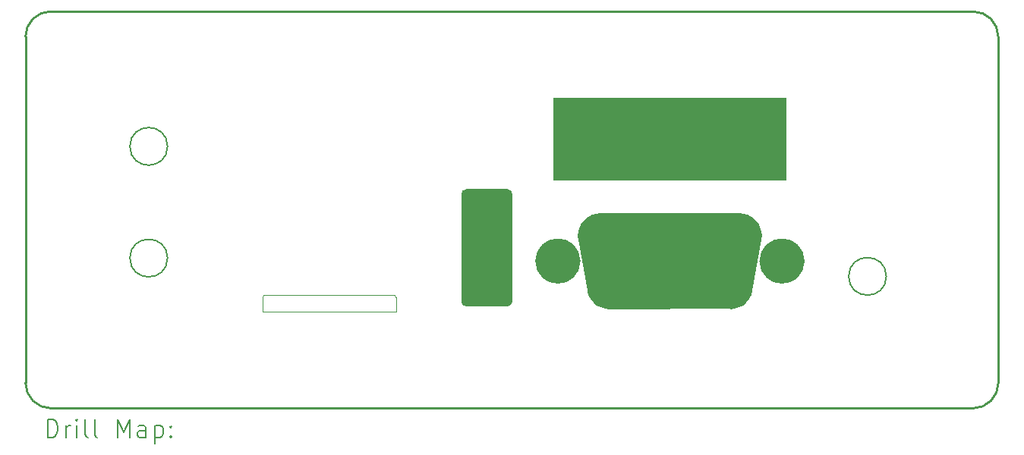
<source format=gbr>
%TF.GenerationSoftware,KiCad,Pcbnew,8.0.8*%
%TF.CreationDate,2025-02-26T19:38:46-05:00*%
%TF.ProjectId,MiniCamel_FrontPlate,4d696e69-4361-46d6-956c-5f46726f6e74,rev?*%
%TF.SameCoordinates,Original*%
%TF.FileFunction,Drillmap*%
%TF.FilePolarity,Positive*%
%FSLAX45Y45*%
G04 Gerber Fmt 4.5, Leading zero omitted, Abs format (unit mm)*
G04 Created by KiCad (PCBNEW 8.0.8) date 2025-02-26 19:38:46*
%MOMM*%
%LPD*%
G01*
G04 APERTURE LIST*
%ADD10C,0.200000*%
%ADD11C,0.254000*%
%ADD12C,0.000000*%
%ADD13C,2.499990*%
%ADD14C,0.100000*%
G04 APERTURE END LIST*
D10*
X17362000Y-9778000D02*
G75*
G02*
X16942000Y-9778000I-210000J0D01*
G01*
X16942000Y-9778000D02*
G75*
G02*
X17362000Y-9778000I210000J0D01*
G01*
X9345000Y-8327000D02*
G75*
G02*
X8925000Y-8327000I-210000J0D01*
G01*
X8925000Y-8327000D02*
G75*
G02*
X9345000Y-8327000I210000J0D01*
G01*
X9345000Y-9574000D02*
G75*
G02*
X8925000Y-9574000I-210000J0D01*
G01*
X8925000Y-9574000D02*
G75*
G02*
X9345000Y-9574000I210000J0D01*
G01*
D11*
X7761000Y-7101917D02*
X7761000Y-10699772D01*
X7761000Y-10968310D02*
X7761000Y-10699772D01*
X18330083Y-6821000D02*
X8041917Y-6821000D01*
X18330083Y-11251000D02*
X8043690Y-11251000D01*
X18611000Y-10699777D02*
X18611000Y-7101917D01*
X18611000Y-10970083D02*
X18611000Y-10699777D01*
X7761000Y-7101917D02*
G75*
G02*
X8041917Y-6821000I280918J-1D01*
G01*
X8043690Y-11251000D02*
G75*
G02*
X7761000Y-10968310I0J282690D01*
G01*
X18330083Y-6821000D02*
G75*
G02*
X18611000Y-7101917I-3J-280920D01*
G01*
X18611000Y-10970083D02*
G75*
G02*
X18330083Y-11251000I-280920J3D01*
G01*
D12*
G36*
X13136000Y-8805049D02*
G01*
X13136000Y-8805049D01*
G75*
G02*
X13191902Y-8860951I0J-55901D01*
G01*
X13191902Y-10059049D01*
G75*
G02*
X13136000Y-10114951I-55902J-1D01*
G01*
X12676000Y-10114951D01*
G75*
G02*
X12620098Y-10059049I0J55901D01*
G01*
X12620098Y-8860951D01*
G75*
G02*
X12676000Y-8805049I55902J1D01*
G01*
X13136000Y-8805049D01*
G37*
D13*
X13823422Y-9607924D02*
G75*
G02*
X13573423Y-9607924I-125000J0D01*
G01*
X13573423Y-9607924D02*
G75*
G02*
X13823422Y-9607924I125000J0D01*
G01*
X16323417Y-9607924D02*
G75*
G02*
X16073418Y-9607924I-125000J0D01*
G01*
X16073418Y-9607924D02*
G75*
G02*
X16323417Y-9607924I125000J0D01*
G01*
D12*
G36*
X15770733Y-9076480D02*
G01*
X15770835Y-9076531D01*
X15770936Y-9076505D01*
X15818257Y-9090856D01*
X15818333Y-9090932D01*
X15818460Y-9090932D01*
X15862046Y-9114250D01*
X15862122Y-9114326D01*
X15862224Y-9114377D01*
X15900451Y-9145720D01*
X15900502Y-9145822D01*
X15900603Y-9145873D01*
X15931972Y-9184100D01*
X15931998Y-9184201D01*
X15932074Y-9184277D01*
X15955391Y-9227889D01*
X15955417Y-9227991D01*
X15955467Y-9228092D01*
X15969818Y-9275387D01*
X15969818Y-9275514D01*
X15969869Y-9275616D01*
X15974721Y-9324816D01*
X15974695Y-9324917D01*
X15974721Y-9325019D01*
X15970479Y-9367996D01*
X15970479Y-9368021D01*
X15970479Y-9368046D01*
X15970276Y-9368377D01*
X15970098Y-9368732D01*
X15970072Y-9368732D01*
X15970047Y-9368758D01*
X15969590Y-9369113D01*
X15870403Y-9934771D01*
X15869869Y-9940232D01*
X15869819Y-9940308D01*
X15869819Y-9940435D01*
X15855468Y-9987756D01*
X15855391Y-9987832D01*
X15855391Y-9987933D01*
X15832074Y-10031545D01*
X15831998Y-10031621D01*
X15831973Y-10031723D01*
X15800604Y-10069950D01*
X15800502Y-10070001D01*
X15800451Y-10070102D01*
X15762224Y-10101471D01*
X15762123Y-10101497D01*
X15762046Y-10101573D01*
X15718460Y-10124890D01*
X15718333Y-10124890D01*
X15718257Y-10124966D01*
X15670937Y-10139317D01*
X15670835Y-10139317D01*
X15670733Y-10139368D01*
X15622727Y-10144093D01*
X15622702Y-10144067D01*
X15622677Y-10144093D01*
X15622321Y-10143966D01*
X15621940Y-10143839D01*
X15621940Y-10143813D01*
X15621915Y-10143813D01*
X15621000Y-10143000D01*
X14275435Y-10144220D01*
X14275359Y-10144194D01*
X14275308Y-10144194D01*
X14226108Y-10139368D01*
X14226007Y-10139317D01*
X14225905Y-10139317D01*
X14178585Y-10124966D01*
X14178509Y-10124890D01*
X14178407Y-10124890D01*
X14134795Y-10101573D01*
X14134719Y-10101497D01*
X14134618Y-10101471D01*
X14096391Y-10070102D01*
X14096340Y-10070001D01*
X14096238Y-10069950D01*
X14064869Y-10031723D01*
X14064844Y-10031621D01*
X14064768Y-10031545D01*
X14041450Y-9987933D01*
X14041450Y-9987832D01*
X14041374Y-9987756D01*
X14029131Y-9947370D01*
X14029131Y-9947293D01*
X14029081Y-9947217D01*
X14027176Y-9934695D01*
X13926439Y-9368808D01*
X13926465Y-9368783D01*
X13926439Y-9368732D01*
X13922121Y-9325019D01*
X13922172Y-9324917D01*
X13922121Y-9324816D01*
X13926973Y-9275616D01*
X13927023Y-9275514D01*
X13927023Y-9275387D01*
X13941374Y-9228092D01*
X13941451Y-9227991D01*
X13941451Y-9227889D01*
X13964768Y-9184277D01*
X13964844Y-9184201D01*
X13964869Y-9184100D01*
X13996238Y-9145873D01*
X13996340Y-9145822D01*
X13996391Y-9145720D01*
X14034618Y-9114377D01*
X14034719Y-9114326D01*
X14034796Y-9114250D01*
X14078382Y-9090932D01*
X14078509Y-9090932D01*
X14078585Y-9090856D01*
X14125905Y-9076505D01*
X14126007Y-9076531D01*
X14126109Y-9076480D01*
X14174115Y-9071730D01*
X14174140Y-9071755D01*
X14174165Y-9071730D01*
X14174521Y-9071857D01*
X14174902Y-9071984D01*
X14174927Y-9072009D01*
X14174953Y-9072009D01*
X14175842Y-9072822D01*
X15721432Y-9071628D01*
X15721483Y-9071628D01*
X15721533Y-9071628D01*
X15770733Y-9076480D01*
G37*
G36*
X16244500Y-8708000D02*
G01*
X13647500Y-8708000D01*
X13647500Y-7788000D01*
X16244500Y-7788000D01*
X16244500Y-8708000D01*
G37*
D14*
X10409000Y-10013300D02*
X10409000Y-10174300D01*
X10409000Y-10174300D02*
X11892000Y-10174300D01*
X11864908Y-9986392D02*
X10436000Y-9986300D01*
X11892000Y-10174300D02*
X11891908Y-10013392D01*
X10409000Y-10013300D02*
G75*
G02*
X10436000Y-9986300I27000J0D01*
G01*
X11864908Y-9986392D02*
G75*
G02*
X11891908Y-10013392I0J-27000D01*
G01*
D10*
X8009077Y-11575184D02*
X8009077Y-11375184D01*
X8009077Y-11375184D02*
X8056696Y-11375184D01*
X8056696Y-11375184D02*
X8085267Y-11384708D01*
X8085267Y-11384708D02*
X8104315Y-11403755D01*
X8104315Y-11403755D02*
X8113839Y-11422803D01*
X8113839Y-11422803D02*
X8123362Y-11460898D01*
X8123362Y-11460898D02*
X8123362Y-11489469D01*
X8123362Y-11489469D02*
X8113839Y-11527565D01*
X8113839Y-11527565D02*
X8104315Y-11546612D01*
X8104315Y-11546612D02*
X8085267Y-11565660D01*
X8085267Y-11565660D02*
X8056696Y-11575184D01*
X8056696Y-11575184D02*
X8009077Y-11575184D01*
X8209077Y-11575184D02*
X8209077Y-11441850D01*
X8209077Y-11479946D02*
X8218601Y-11460898D01*
X8218601Y-11460898D02*
X8228124Y-11451374D01*
X8228124Y-11451374D02*
X8247172Y-11441850D01*
X8247172Y-11441850D02*
X8266220Y-11441850D01*
X8332886Y-11575184D02*
X8332886Y-11441850D01*
X8332886Y-11375184D02*
X8323362Y-11384708D01*
X8323362Y-11384708D02*
X8332886Y-11394231D01*
X8332886Y-11394231D02*
X8342410Y-11384708D01*
X8342410Y-11384708D02*
X8332886Y-11375184D01*
X8332886Y-11375184D02*
X8332886Y-11394231D01*
X8456696Y-11575184D02*
X8437648Y-11565660D01*
X8437648Y-11565660D02*
X8428124Y-11546612D01*
X8428124Y-11546612D02*
X8428124Y-11375184D01*
X8561458Y-11575184D02*
X8542410Y-11565660D01*
X8542410Y-11565660D02*
X8532886Y-11546612D01*
X8532886Y-11546612D02*
X8532886Y-11375184D01*
X8790029Y-11575184D02*
X8790029Y-11375184D01*
X8790029Y-11375184D02*
X8856696Y-11518041D01*
X8856696Y-11518041D02*
X8923363Y-11375184D01*
X8923363Y-11375184D02*
X8923363Y-11575184D01*
X9104315Y-11575184D02*
X9104315Y-11470422D01*
X9104315Y-11470422D02*
X9094791Y-11451374D01*
X9094791Y-11451374D02*
X9075744Y-11441850D01*
X9075744Y-11441850D02*
X9037648Y-11441850D01*
X9037648Y-11441850D02*
X9018601Y-11451374D01*
X9104315Y-11565660D02*
X9085267Y-11575184D01*
X9085267Y-11575184D02*
X9037648Y-11575184D01*
X9037648Y-11575184D02*
X9018601Y-11565660D01*
X9018601Y-11565660D02*
X9009077Y-11546612D01*
X9009077Y-11546612D02*
X9009077Y-11527565D01*
X9009077Y-11527565D02*
X9018601Y-11508517D01*
X9018601Y-11508517D02*
X9037648Y-11498993D01*
X9037648Y-11498993D02*
X9085267Y-11498993D01*
X9085267Y-11498993D02*
X9104315Y-11489469D01*
X9199553Y-11441850D02*
X9199553Y-11641850D01*
X9199553Y-11451374D02*
X9218601Y-11441850D01*
X9218601Y-11441850D02*
X9256696Y-11441850D01*
X9256696Y-11441850D02*
X9275744Y-11451374D01*
X9275744Y-11451374D02*
X9285267Y-11460898D01*
X9285267Y-11460898D02*
X9294791Y-11479946D01*
X9294791Y-11479946D02*
X9294791Y-11537088D01*
X9294791Y-11537088D02*
X9285267Y-11556136D01*
X9285267Y-11556136D02*
X9275744Y-11565660D01*
X9275744Y-11565660D02*
X9256696Y-11575184D01*
X9256696Y-11575184D02*
X9218601Y-11575184D01*
X9218601Y-11575184D02*
X9199553Y-11565660D01*
X9380505Y-11556136D02*
X9390029Y-11565660D01*
X9390029Y-11565660D02*
X9380505Y-11575184D01*
X9380505Y-11575184D02*
X9370982Y-11565660D01*
X9370982Y-11565660D02*
X9380505Y-11556136D01*
X9380505Y-11556136D02*
X9380505Y-11575184D01*
X9380505Y-11451374D02*
X9390029Y-11460898D01*
X9390029Y-11460898D02*
X9380505Y-11470422D01*
X9380505Y-11470422D02*
X9370982Y-11460898D01*
X9370982Y-11460898D02*
X9380505Y-11451374D01*
X9380505Y-11451374D02*
X9380505Y-11470422D01*
M02*

</source>
